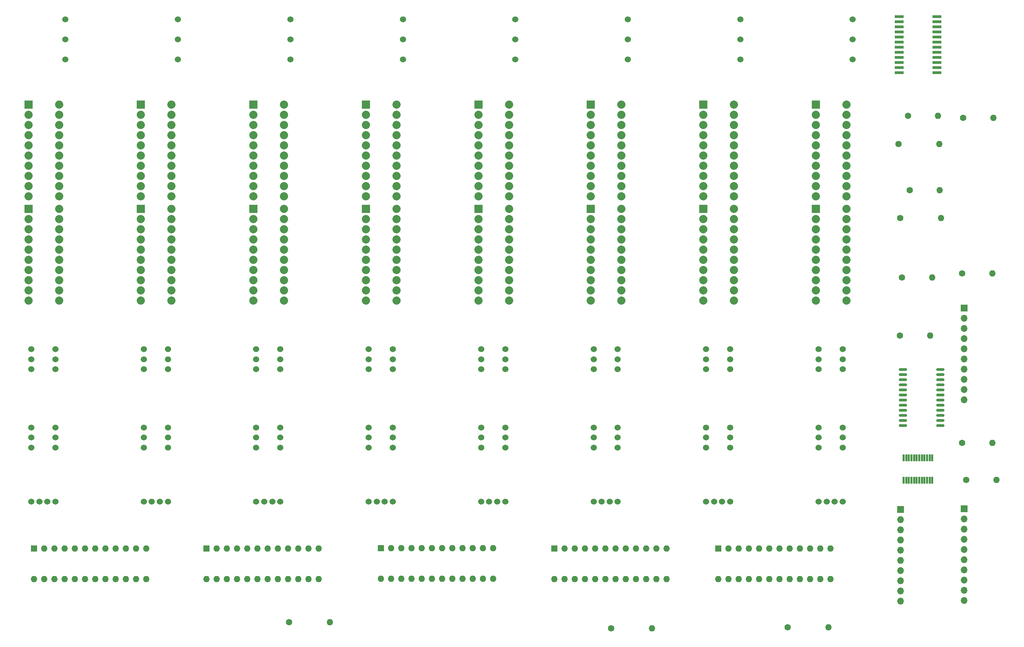
<source format=gbr>
%TF.GenerationSoftware,KiCad,Pcbnew,8.0.6*%
%TF.CreationDate,2024-12-09T18:37:17+11:00*%
%TF.ProjectId,mixer,6d697865-722e-46b6-9963-61645f706362,rev?*%
%TF.SameCoordinates,Original*%
%TF.FileFunction,Soldermask,Top*%
%TF.FilePolarity,Negative*%
%FSLAX46Y46*%
G04 Gerber Fmt 4.6, Leading zero omitted, Abs format (unit mm)*
G04 Created by KiCad (PCBNEW 8.0.6) date 2024-12-09 18:37:17*
%MOMM*%
%LPD*%
G01*
G04 APERTURE LIST*
G04 Aperture macros list*
%AMRoundRect*
0 Rectangle with rounded corners*
0 $1 Rounding radius*
0 $2 $3 $4 $5 $6 $7 $8 $9 X,Y pos of 4 corners*
0 Add a 4 corners polygon primitive as box body*
4,1,4,$2,$3,$4,$5,$6,$7,$8,$9,$2,$3,0*
0 Add four circle primitives for the rounded corners*
1,1,$1+$1,$2,$3*
1,1,$1+$1,$4,$5*
1,1,$1+$1,$6,$7*
1,1,$1+$1,$8,$9*
0 Add four rect primitives between the rounded corners*
20,1,$1+$1,$2,$3,$4,$5,0*
20,1,$1+$1,$4,$5,$6,$7,0*
20,1,$1+$1,$6,$7,$8,$9,0*
20,1,$1+$1,$8,$9,$2,$3,0*%
G04 Aperture macros list end*
%ADD10C,1.524000*%
%ADD11R,2.032000X2.032000*%
%ADD12C,2.032000*%
%ADD13C,1.600000*%
%ADD14O,1.600000X1.600000*%
%ADD15R,1.700000X1.700000*%
%ADD16O,1.700000X1.700000*%
%ADD17RoundRect,0.070000X-0.150000X-0.800000X0.150000X-0.800000X0.150000X0.800000X-0.150000X0.800000X0*%
%ADD18RoundRect,0.070000X1.000000X-0.300000X1.000000X0.300000X-1.000000X0.300000X-1.000000X-0.300000X0*%
%ADD19RoundRect,0.150000X-0.875000X-0.150000X0.875000X-0.150000X0.875000X0.150000X-0.875000X0.150000X0*%
%ADD20R,1.600000X1.600000*%
G04 APERTURE END LIST*
D10*
%TO.C,solo4*%
X172000000Y-136420000D03*
X166000000Y-136420000D03*
X166000000Y-141420000D03*
X172000000Y-141420000D03*
X172000000Y-138920000D03*
X166000000Y-138920000D03*
%TD*%
%TO.C,SW4*%
X174500000Y-64170000D03*
X174500000Y-54170000D03*
X174500000Y-59170000D03*
%TD*%
%TO.C,solo7*%
X256000000Y-136420000D03*
X250000000Y-136420000D03*
X250000000Y-141420000D03*
X256000000Y-141420000D03*
X256000000Y-138920000D03*
X250000000Y-138920000D03*
%TD*%
%TO.C,oled7*%
X250000000Y-174420000D03*
X252000000Y-174420000D03*
X254000000Y-174420000D03*
X256000000Y-174420000D03*
%TD*%
%TO.C,solo5*%
X200000000Y-136420000D03*
X194000000Y-136420000D03*
X194000000Y-141420000D03*
X200000000Y-141420000D03*
X200000000Y-138920000D03*
X194000000Y-138920000D03*
%TD*%
%TO.C,SW7*%
X258500000Y-64170000D03*
X258500000Y-54170000D03*
X258500000Y-59170000D03*
%TD*%
D11*
%TO.C,BAR14*%
X221297500Y-101420000D03*
D12*
X221297500Y-103960000D03*
X221297500Y-106500000D03*
X221297500Y-109040000D03*
X221297500Y-111580000D03*
X221297500Y-114120000D03*
X221297500Y-116660000D03*
X221297500Y-119200000D03*
X221297500Y-121740000D03*
X221297500Y-124280000D03*
X228917500Y-124280000D03*
X228917500Y-121740000D03*
X228917500Y-119200000D03*
X228917500Y-116660000D03*
X228917500Y-114120000D03*
X228917500Y-111580000D03*
X228917500Y-109040000D03*
X228917500Y-106500000D03*
X228917500Y-103960000D03*
X228917500Y-101420000D03*
%TD*%
D11*
%TO.C,BAR10*%
X109297500Y-101420000D03*
D12*
X109297500Y-103960000D03*
X109297500Y-106500000D03*
X109297500Y-109040000D03*
X109297500Y-111580000D03*
X109297500Y-114120000D03*
X109297500Y-116660000D03*
X109297500Y-119200000D03*
X109297500Y-121740000D03*
X109297500Y-124280000D03*
X116917500Y-124280000D03*
X116917500Y-121740000D03*
X116917500Y-119200000D03*
X116917500Y-116660000D03*
X116917500Y-114120000D03*
X116917500Y-111580000D03*
X116917500Y-109040000D03*
X116917500Y-106500000D03*
X116917500Y-103960000D03*
X116917500Y-101420000D03*
%TD*%
D10*
%TO.C,SW8*%
X286500000Y-64170000D03*
X286500000Y-54170000D03*
X286500000Y-59170000D03*
%TD*%
%TO.C,oled3*%
X138000000Y-174420000D03*
X140000000Y-174420000D03*
X142000000Y-174420000D03*
X144000000Y-174420000D03*
%TD*%
%TO.C,oled8*%
X278000000Y-174420000D03*
X280000000Y-174420000D03*
X282000000Y-174420000D03*
X284000000Y-174420000D03*
%TD*%
%TO.C,oled1*%
X82000000Y-174420000D03*
X84000000Y-174420000D03*
X86000000Y-174420000D03*
X88000000Y-174420000D03*
%TD*%
%TO.C,SW5*%
X202500000Y-64170000D03*
X202500000Y-54170000D03*
X202500000Y-59170000D03*
%TD*%
%TO.C,mute9*%
X88000000Y-155920000D03*
X82000000Y-155920000D03*
X82000000Y-160920000D03*
X88000000Y-160920000D03*
X88000000Y-158420000D03*
X82000000Y-158420000D03*
%TD*%
%TO.C,mute12*%
X172000000Y-155920000D03*
X166000000Y-155920000D03*
X166000000Y-160920000D03*
X172000000Y-160920000D03*
X172000000Y-158420000D03*
X166000000Y-158420000D03*
%TD*%
D11*
%TO.C,BAR16*%
X277297500Y-101420000D03*
D12*
X277297500Y-103960000D03*
X277297500Y-106500000D03*
X277297500Y-109040000D03*
X277297500Y-111580000D03*
X277297500Y-114120000D03*
X277297500Y-116660000D03*
X277297500Y-119200000D03*
X277297500Y-121740000D03*
X277297500Y-124280000D03*
X284917500Y-124280000D03*
X284917500Y-121740000D03*
X284917500Y-119200000D03*
X284917500Y-116660000D03*
X284917500Y-114120000D03*
X284917500Y-111580000D03*
X284917500Y-109040000D03*
X284917500Y-106500000D03*
X284917500Y-103960000D03*
X284917500Y-101420000D03*
%TD*%
D13*
%TO.C,C1*%
X300670000Y-96750000D03*
D14*
X308170000Y-96750000D03*
%TD*%
D13*
%TO.C,C2*%
X314000000Y-78750000D03*
D14*
X321500000Y-78750000D03*
%TD*%
D10*
%TO.C,solo8*%
X284000000Y-136420000D03*
X278000000Y-136420000D03*
X278000000Y-141420000D03*
X284000000Y-141420000D03*
X284000000Y-138920000D03*
X278000000Y-138920000D03*
%TD*%
%TO.C,oled6*%
X222000000Y-174420000D03*
X224000000Y-174420000D03*
X226000000Y-174420000D03*
X228000000Y-174420000D03*
%TD*%
D11*
%TO.C,BAR9*%
X81297500Y-101420000D03*
D12*
X81297500Y-103960000D03*
X81297500Y-106500000D03*
X81297500Y-109040000D03*
X81297500Y-111580000D03*
X81297500Y-114120000D03*
X81297500Y-116660000D03*
X81297500Y-119200000D03*
X81297500Y-121740000D03*
X81297500Y-124280000D03*
X88917500Y-124280000D03*
X88917500Y-121740000D03*
X88917500Y-119200000D03*
X88917500Y-116660000D03*
X88917500Y-114120000D03*
X88917500Y-111580000D03*
X88917500Y-109040000D03*
X88917500Y-106500000D03*
X88917500Y-103960000D03*
X88917500Y-101420000D03*
%TD*%
D11*
%TO.C,BAR15*%
X249297500Y-101420000D03*
D12*
X249297500Y-103960000D03*
X249297500Y-106500000D03*
X249297500Y-109040000D03*
X249297500Y-111580000D03*
X249297500Y-114120000D03*
X249297500Y-116660000D03*
X249297500Y-119200000D03*
X249297500Y-121740000D03*
X249297500Y-124280000D03*
X256917500Y-124280000D03*
X256917500Y-121740000D03*
X256917500Y-119200000D03*
X256917500Y-116660000D03*
X256917500Y-114120000D03*
X256917500Y-111580000D03*
X256917500Y-109040000D03*
X256917500Y-106500000D03*
X256917500Y-103960000D03*
X256917500Y-101420000D03*
%TD*%
D10*
%TO.C,oled2*%
X110000000Y-174420000D03*
X112000000Y-174420000D03*
X114000000Y-174420000D03*
X116000000Y-174420000D03*
%TD*%
D11*
%TO.C,BAR11*%
X137297500Y-101420000D03*
D12*
X137297500Y-103960000D03*
X137297500Y-106500000D03*
X137297500Y-109040000D03*
X137297500Y-111580000D03*
X137297500Y-114120000D03*
X137297500Y-116660000D03*
X137297500Y-119200000D03*
X137297500Y-121740000D03*
X137297500Y-124280000D03*
X144917500Y-124280000D03*
X144917500Y-121740000D03*
X144917500Y-119200000D03*
X144917500Y-116660000D03*
X144917500Y-114120000D03*
X144917500Y-111580000D03*
X144917500Y-109040000D03*
X144917500Y-106500000D03*
X144917500Y-103960000D03*
X144917500Y-101420000D03*
%TD*%
D15*
%TO.C, 111*%
X314250000Y-176170000D03*
D16*
X314250000Y-178710000D03*
X314250000Y-181250000D03*
X314250000Y-183790000D03*
X314250000Y-186330000D03*
X314250000Y-188870000D03*
X314250000Y-191410000D03*
X314250000Y-193950000D03*
X314250000Y-196490000D03*
X314250000Y-199030000D03*
%TD*%
D11*
%TO.C,BAR4*%
X165297500Y-75420000D03*
D12*
X165297500Y-77960000D03*
X165297500Y-80500000D03*
X165297500Y-83040000D03*
X165297500Y-85580000D03*
X165297500Y-88120000D03*
X165297500Y-90660000D03*
X165297500Y-93200000D03*
X165297500Y-95740000D03*
X165297500Y-98280000D03*
X172917500Y-98280000D03*
X172917500Y-95740000D03*
X172917500Y-93200000D03*
X172917500Y-90660000D03*
X172917500Y-88120000D03*
X172917500Y-85580000D03*
X172917500Y-83040000D03*
X172917500Y-80500000D03*
X172917500Y-77960000D03*
X172917500Y-75420000D03*
%TD*%
D10*
%TO.C,SW3*%
X146500000Y-64170000D03*
X146500000Y-54170000D03*
X146500000Y-59170000D03*
%TD*%
D13*
%TO.C,R1*%
X146170000Y-204500000D03*
D14*
X156330000Y-204500000D03*
%TD*%
D11*
%TO.C,BAR12*%
X165297500Y-101420000D03*
D12*
X165297500Y-103960000D03*
X165297500Y-106500000D03*
X165297500Y-109040000D03*
X165297500Y-111580000D03*
X165297500Y-114120000D03*
X165297500Y-116660000D03*
X165297500Y-119200000D03*
X165297500Y-121740000D03*
X165297500Y-124280000D03*
X172917500Y-124280000D03*
X172917500Y-121740000D03*
X172917500Y-119200000D03*
X172917500Y-116660000D03*
X172917500Y-114120000D03*
X172917500Y-111580000D03*
X172917500Y-109040000D03*
X172917500Y-106500000D03*
X172917500Y-103960000D03*
X172917500Y-101420000D03*
%TD*%
D13*
%TO.C,R2*%
X297920000Y-85250000D03*
D14*
X308080000Y-85250000D03*
%TD*%
D10*
%TO.C,solo2*%
X116000000Y-136420000D03*
X110000000Y-136420000D03*
X110000000Y-141420000D03*
X116000000Y-141420000D03*
X116000000Y-138920000D03*
X110000000Y-138920000D03*
%TD*%
D11*
%TO.C,BAR5*%
X193297500Y-75420000D03*
D12*
X193297500Y-77960000D03*
X193297500Y-80500000D03*
X193297500Y-83040000D03*
X193297500Y-85580000D03*
X193297500Y-88120000D03*
X193297500Y-90660000D03*
X193297500Y-93200000D03*
X193297500Y-95740000D03*
X193297500Y-98280000D03*
X200917500Y-98280000D03*
X200917500Y-95740000D03*
X200917500Y-93200000D03*
X200917500Y-90660000D03*
X200917500Y-88120000D03*
X200917500Y-85580000D03*
X200917500Y-83040000D03*
X200917500Y-80500000D03*
X200917500Y-77960000D03*
X200917500Y-75420000D03*
%TD*%
D13*
%TO.C,R3*%
X298340000Y-103750000D03*
D14*
X308500000Y-103750000D03*
%TD*%
D10*
%TO.C,mute10*%
X116000000Y-155920000D03*
X110000000Y-155920000D03*
X110000000Y-160920000D03*
X116000000Y-160920000D03*
X116000000Y-158420000D03*
X110000000Y-158420000D03*
%TD*%
D13*
%TO.C,C12*%
X313750000Y-117500000D03*
D14*
X321250000Y-117500000D03*
%TD*%
D15*
%TO.C, 11*%
X314250000Y-126130000D03*
D16*
X314250000Y-128670000D03*
X314250000Y-131210000D03*
X314250000Y-133750000D03*
X314250000Y-136290000D03*
X314250000Y-138830000D03*
X314250000Y-141370000D03*
X314250000Y-143910000D03*
X314250000Y-146450000D03*
X314250000Y-148990000D03*
%TD*%
D13*
%TO.C,R5*%
X270340000Y-205750000D03*
D14*
X280500000Y-205750000D03*
%TD*%
D11*
%TO.C,BAR3*%
X137297500Y-75420000D03*
D12*
X137297500Y-77960000D03*
X137297500Y-80500000D03*
X137297500Y-83040000D03*
X137297500Y-85580000D03*
X137297500Y-88120000D03*
X137297500Y-90660000D03*
X137297500Y-93200000D03*
X137297500Y-95740000D03*
X137297500Y-98280000D03*
X144917500Y-98280000D03*
X144917500Y-95740000D03*
X144917500Y-93200000D03*
X144917500Y-90660000D03*
X144917500Y-88120000D03*
X144917500Y-85580000D03*
X144917500Y-83040000D03*
X144917500Y-80500000D03*
X144917500Y-77960000D03*
X144917500Y-75420000D03*
%TD*%
D17*
%TO.C,U7*%
X299175000Y-169050000D03*
X299825000Y-169050000D03*
X300475000Y-169050000D03*
X301125000Y-169050000D03*
X301775000Y-169050000D03*
X302425000Y-169050000D03*
X303075000Y-169050000D03*
X303725000Y-169050000D03*
X304375000Y-169050000D03*
X305025000Y-169050000D03*
X305675000Y-169050000D03*
X306325000Y-169050000D03*
X306325000Y-163450000D03*
X305675000Y-163450000D03*
X305025000Y-163450000D03*
X304375000Y-163450000D03*
X303725000Y-163450000D03*
X303075000Y-163450000D03*
X302425000Y-163450000D03*
X301775000Y-163450000D03*
X301125000Y-163450000D03*
X300475000Y-163450000D03*
X299825000Y-163450000D03*
X299175000Y-163450000D03*
%TD*%
D10*
%TO.C,mute11*%
X144000000Y-155920000D03*
X138000000Y-155920000D03*
X138000000Y-160920000D03*
X144000000Y-160920000D03*
X144000000Y-158420000D03*
X138000000Y-158420000D03*
%TD*%
%TO.C,solo3*%
X144000000Y-136420000D03*
X138000000Y-136420000D03*
X138000000Y-141420000D03*
X144000000Y-141420000D03*
X144000000Y-138920000D03*
X138000000Y-138920000D03*
%TD*%
D18*
%TO.C,U13*%
X307450000Y-67485000D03*
X307450000Y-66215000D03*
X307450000Y-64945000D03*
X307450000Y-63675000D03*
X307450000Y-62405000D03*
X307450000Y-61135000D03*
X307450000Y-59865000D03*
X307450000Y-58595000D03*
X307450000Y-57325000D03*
X307450000Y-56055000D03*
X307450000Y-54785000D03*
X307450000Y-53515000D03*
X298050000Y-53515000D03*
X298050000Y-54785000D03*
X298050000Y-56055000D03*
X298050000Y-57325000D03*
X298050000Y-58595000D03*
X298050000Y-59865000D03*
X298050000Y-61135000D03*
X298050000Y-62405000D03*
X298050000Y-63675000D03*
X298050000Y-64945000D03*
X298050000Y-66215000D03*
X298050000Y-67485000D03*
%TD*%
D11*
%TO.C,BAR8*%
X277297500Y-75420000D03*
D12*
X277297500Y-77960000D03*
X277297500Y-80500000D03*
X277297500Y-83040000D03*
X277297500Y-85580000D03*
X277297500Y-88120000D03*
X277297500Y-90660000D03*
X277297500Y-93200000D03*
X277297500Y-95740000D03*
X277297500Y-98280000D03*
X284917500Y-98280000D03*
X284917500Y-95740000D03*
X284917500Y-93200000D03*
X284917500Y-90660000D03*
X284917500Y-88120000D03*
X284917500Y-85580000D03*
X284917500Y-83040000D03*
X284917500Y-80500000D03*
X284917500Y-77960000D03*
X284917500Y-75420000D03*
%TD*%
D10*
%TO.C,mute13*%
X200000000Y-155920000D03*
X194000000Y-155920000D03*
X194000000Y-160920000D03*
X200000000Y-160920000D03*
X200000000Y-158420000D03*
X194000000Y-158420000D03*
%TD*%
%TO.C,oled5*%
X194000000Y-174420000D03*
X196000000Y-174420000D03*
X198000000Y-174420000D03*
X200000000Y-174420000D03*
%TD*%
D13*
%TO.C,R4*%
X226340000Y-206000000D03*
D14*
X236500000Y-206000000D03*
%TD*%
D11*
%TO.C,BAR6*%
X221297500Y-75420000D03*
D12*
X221297500Y-77960000D03*
X221297500Y-80500000D03*
X221297500Y-83040000D03*
X221297500Y-85580000D03*
X221297500Y-88120000D03*
X221297500Y-90660000D03*
X221297500Y-93200000D03*
X221297500Y-95740000D03*
X221297500Y-98280000D03*
X228917500Y-98280000D03*
X228917500Y-95740000D03*
X228917500Y-93200000D03*
X228917500Y-90660000D03*
X228917500Y-88120000D03*
X228917500Y-85580000D03*
X228917500Y-83040000D03*
X228917500Y-80500000D03*
X228917500Y-77960000D03*
X228917500Y-75420000D03*
%TD*%
D11*
%TO.C,BAR7*%
X249297500Y-75420000D03*
D12*
X249297500Y-77960000D03*
X249297500Y-80500000D03*
X249297500Y-83040000D03*
X249297500Y-85580000D03*
X249297500Y-88120000D03*
X249297500Y-90660000D03*
X249297500Y-93200000D03*
X249297500Y-95740000D03*
X249297500Y-98280000D03*
X256917500Y-98280000D03*
X256917500Y-95740000D03*
X256917500Y-93200000D03*
X256917500Y-90660000D03*
X256917500Y-88120000D03*
X256917500Y-85580000D03*
X256917500Y-83040000D03*
X256917500Y-80500000D03*
X256917500Y-77960000D03*
X256917500Y-75420000D03*
%TD*%
D13*
%TO.C,C10*%
X314750000Y-169000000D03*
D14*
X322250000Y-169000000D03*
%TD*%
D11*
%TO.C,BAR1*%
X81297500Y-75420000D03*
D12*
X81297500Y-77960000D03*
X81297500Y-80500000D03*
X81297500Y-83040000D03*
X81297500Y-85580000D03*
X81297500Y-88120000D03*
X81297500Y-90660000D03*
X81297500Y-93200000D03*
X81297500Y-95740000D03*
X81297500Y-98280000D03*
X88917500Y-98280000D03*
X88917500Y-95740000D03*
X88917500Y-93200000D03*
X88917500Y-90660000D03*
X88917500Y-88120000D03*
X88917500Y-85580000D03*
X88917500Y-83040000D03*
X88917500Y-80500000D03*
X88917500Y-77960000D03*
X88917500Y-75420000D03*
%TD*%
D10*
%TO.C,SW2*%
X118500000Y-64170000D03*
X118500000Y-54170000D03*
X118500000Y-59170000D03*
%TD*%
%TO.C,SW1*%
X90500000Y-64170000D03*
X90500000Y-54170000D03*
X90500000Y-59170000D03*
%TD*%
%TO.C,solo1*%
X88000000Y-136420000D03*
X82000000Y-136420000D03*
X82000000Y-141420000D03*
X88000000Y-141420000D03*
X88000000Y-138920000D03*
X82000000Y-138920000D03*
%TD*%
D13*
%TO.C,C13*%
X300250000Y-78250000D03*
D14*
X307750000Y-78250000D03*
%TD*%
D10*
%TO.C,mute16*%
X284000000Y-155920000D03*
X278000000Y-155920000D03*
X278000000Y-160920000D03*
X284000000Y-160920000D03*
X284000000Y-158420000D03*
X278000000Y-158420000D03*
%TD*%
%TO.C,oled4*%
X166000000Y-174420000D03*
X168000000Y-174420000D03*
X170000000Y-174420000D03*
X172000000Y-174420000D03*
%TD*%
D13*
%TO.C,C11*%
X313750000Y-159750000D03*
D14*
X321250000Y-159750000D03*
%TD*%
D10*
%TO.C,solo6*%
X228000000Y-136420000D03*
X222000000Y-136420000D03*
X222000000Y-141420000D03*
X228000000Y-141420000D03*
X228000000Y-138920000D03*
X222000000Y-138920000D03*
%TD*%
D14*
%TO.C,C9*%
X306250000Y-118500000D03*
D13*
X298750000Y-118500000D03*
%TD*%
%TO.C,C8*%
X298250000Y-133000000D03*
D14*
X305750000Y-133000000D03*
%TD*%
D10*
%TO.C,mute14*%
X228000000Y-155920000D03*
X222000000Y-155920000D03*
X222000000Y-160920000D03*
X228000000Y-160920000D03*
X228000000Y-158420000D03*
X222000000Y-158420000D03*
%TD*%
%TO.C,SW6*%
X230500000Y-64170000D03*
X230500000Y-54170000D03*
X230500000Y-59170000D03*
%TD*%
%TO.C,mute15*%
X256000000Y-155920000D03*
X250000000Y-155920000D03*
X250000000Y-160920000D03*
X256000000Y-160920000D03*
X256000000Y-158420000D03*
X250000000Y-158420000D03*
%TD*%
D11*
%TO.C,BAR2*%
X109297500Y-75420000D03*
D12*
X109297500Y-77960000D03*
X109297500Y-80500000D03*
X109297500Y-83040000D03*
X109297500Y-85580000D03*
X109297500Y-88120000D03*
X109297500Y-90660000D03*
X109297500Y-93200000D03*
X109297500Y-95740000D03*
X109297500Y-98280000D03*
X116917500Y-98280000D03*
X116917500Y-95740000D03*
X116917500Y-93200000D03*
X116917500Y-90660000D03*
X116917500Y-88120000D03*
X116917500Y-85580000D03*
X116917500Y-83040000D03*
X116917500Y-80500000D03*
X116917500Y-77960000D03*
X116917500Y-75420000D03*
%TD*%
D19*
%TO.C,U6*%
X299000000Y-141480000D03*
X299000000Y-142750000D03*
X299000000Y-144020000D03*
X299000000Y-145290000D03*
X299000000Y-146560000D03*
X299000000Y-147830000D03*
X299000000Y-149100000D03*
X299000000Y-150370000D03*
X299000000Y-151640000D03*
X299000000Y-152910000D03*
X299000000Y-154180000D03*
X299000000Y-155450000D03*
X308300000Y-155450000D03*
X308300000Y-154180000D03*
X308300000Y-152910000D03*
X308300000Y-151640000D03*
X308300000Y-150370000D03*
X308300000Y-149100000D03*
X308300000Y-147830000D03*
X308300000Y-146560000D03*
X308300000Y-145290000D03*
X308300000Y-144020000D03*
X308300000Y-142750000D03*
X308300000Y-141480000D03*
%TD*%
D11*
%TO.C,BAR13*%
X193297500Y-101420000D03*
D12*
X193297500Y-103960000D03*
X193297500Y-106500000D03*
X193297500Y-109040000D03*
X193297500Y-111580000D03*
X193297500Y-114120000D03*
X193297500Y-116660000D03*
X193297500Y-119200000D03*
X193297500Y-121740000D03*
X193297500Y-124280000D03*
X200917500Y-124280000D03*
X200917500Y-121740000D03*
X200917500Y-119200000D03*
X200917500Y-116660000D03*
X200917500Y-114120000D03*
X200917500Y-111580000D03*
X200917500Y-109040000D03*
X200917500Y-106500000D03*
X200917500Y-103960000D03*
X200917500Y-101420000D03*
%TD*%
D15*
%TO.C, 1*%
X298375000Y-176325000D03*
D16*
X298375000Y-178865000D03*
X298375000Y-181405000D03*
X298375000Y-183945000D03*
X298375000Y-186485000D03*
X298375000Y-189025000D03*
X298375000Y-191565000D03*
X298375000Y-194105000D03*
X298375000Y-196645000D03*
X298375000Y-199185000D03*
%TD*%
D20*
%TO.C,U4*%
X253025000Y-186050000D03*
D14*
X255565000Y-186050000D03*
X258105000Y-186050000D03*
X260645000Y-186050000D03*
X263185000Y-186050000D03*
X265725000Y-186050000D03*
X268265000Y-186050000D03*
X270805000Y-186050000D03*
X273345000Y-186050000D03*
X275885000Y-186050000D03*
X278425000Y-186050000D03*
X280965000Y-186050000D03*
X280965000Y-193670000D03*
X278425000Y-193670000D03*
X275885000Y-193670000D03*
X273345000Y-193670000D03*
X270805000Y-193670000D03*
X268265000Y-193670000D03*
X265725000Y-193670000D03*
X263185000Y-193670000D03*
X260645000Y-193670000D03*
X258105000Y-193670000D03*
X255565000Y-193670000D03*
X253025000Y-193670000D03*
%TD*%
D20*
%TO.C,U10*%
X82720000Y-186050000D03*
D14*
X85260000Y-186050000D03*
X87800000Y-186050000D03*
X90340000Y-186050000D03*
X92880000Y-186050000D03*
X95420000Y-186050000D03*
X97960000Y-186050000D03*
X100500000Y-186050000D03*
X103040000Y-186050000D03*
X105580000Y-186050000D03*
X108120000Y-186050000D03*
X110660000Y-186050000D03*
X110660000Y-193670000D03*
X108120000Y-193670000D03*
X105580000Y-193670000D03*
X103040000Y-193670000D03*
X100500000Y-193670000D03*
X97960000Y-193670000D03*
X95420000Y-193670000D03*
X92880000Y-193670000D03*
X90340000Y-193670000D03*
X87800000Y-193670000D03*
X85260000Y-193670000D03*
X82720000Y-193670000D03*
%TD*%
D20*
%TO.C,U11*%
X169025000Y-186000000D03*
D14*
X171565000Y-186000000D03*
X174105000Y-186000000D03*
X176645000Y-186000000D03*
X179185000Y-186000000D03*
X181725000Y-186000000D03*
X184265000Y-186000000D03*
X186805000Y-186000000D03*
X189345000Y-186000000D03*
X191885000Y-186000000D03*
X194425000Y-186000000D03*
X196965000Y-186000000D03*
X196965000Y-193620000D03*
X194425000Y-193620000D03*
X191885000Y-193620000D03*
X189345000Y-193620000D03*
X186805000Y-193620000D03*
X184265000Y-193620000D03*
X181725000Y-193620000D03*
X179185000Y-193620000D03*
X176645000Y-193620000D03*
X174105000Y-193620000D03*
X171565000Y-193620000D03*
X169025000Y-193620000D03*
%TD*%
D20*
%TO.C,U12*%
X212180000Y-186050000D03*
D14*
X214720000Y-186050000D03*
X217260000Y-186050000D03*
X219800000Y-186050000D03*
X222340000Y-186050000D03*
X224880000Y-186050000D03*
X227420000Y-186050000D03*
X229960000Y-186050000D03*
X232500000Y-186050000D03*
X235040000Y-186050000D03*
X237580000Y-186050000D03*
X240120000Y-186050000D03*
X240120000Y-193670000D03*
X237580000Y-193670000D03*
X235040000Y-193670000D03*
X232500000Y-193670000D03*
X229960000Y-193670000D03*
X227420000Y-193670000D03*
X224880000Y-193670000D03*
X222340000Y-193670000D03*
X219800000Y-193670000D03*
X217260000Y-193670000D03*
X214720000Y-193670000D03*
X212180000Y-193670000D03*
%TD*%
D20*
%TO.C,U9*%
X125600000Y-186050000D03*
D14*
X128140000Y-186050000D03*
X130680000Y-186050000D03*
X133220000Y-186050000D03*
X135760000Y-186050000D03*
X138300000Y-186050000D03*
X140840000Y-186050000D03*
X143380000Y-186050000D03*
X145920000Y-186050000D03*
X148460000Y-186050000D03*
X151000000Y-186050000D03*
X153540000Y-186050000D03*
X153540000Y-193670000D03*
X151000000Y-193670000D03*
X148460000Y-193670000D03*
X145920000Y-193670000D03*
X143380000Y-193670000D03*
X140840000Y-193670000D03*
X138300000Y-193670000D03*
X135760000Y-193670000D03*
X133220000Y-193670000D03*
X130680000Y-193670000D03*
X128140000Y-193670000D03*
X125600000Y-193670000D03*
%TD*%
M02*

</source>
